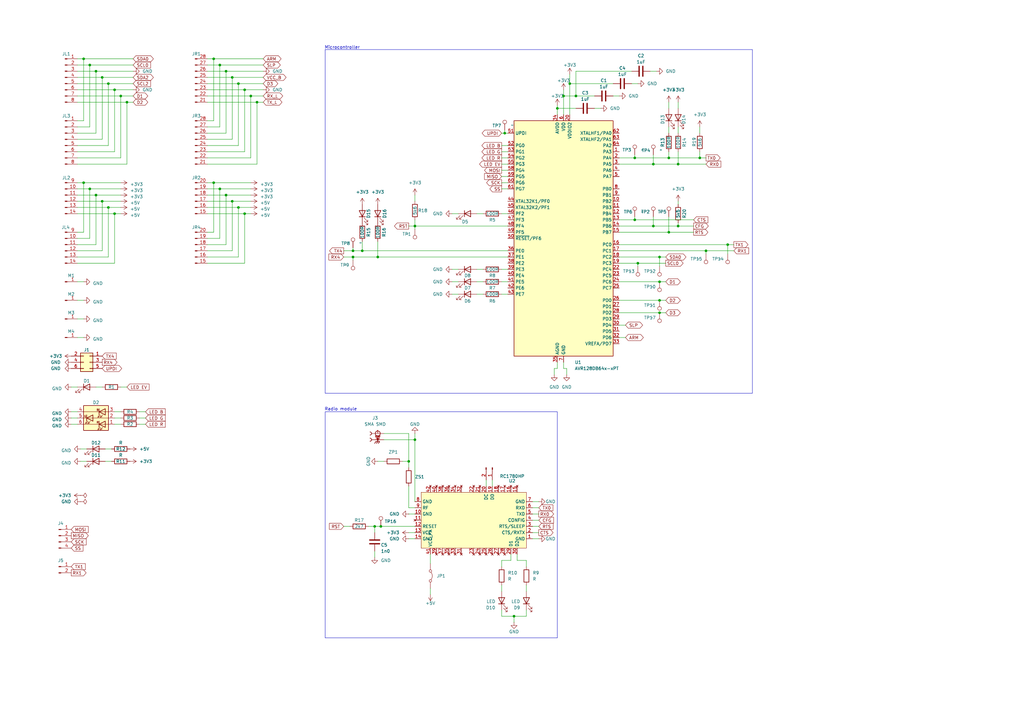
<source format=kicad_sch>
(kicad_sch (version 20231120) (generator "eeschema") (generator_version "8.0")
  (paper "A3")
  (junction (at 267.97 92.71))
  (junction (at 105.41 41.91))
  (junction (at 36.83 77.47))
  (junction (at 44.45 85.09))
  (junction (at 270.51 128.27))
  (junction (at 274.32 95.25))
  (junction (at 34.29 74.93))
  (junction (at 44.45 34.29))
  (junction (at 270.51 123.19))
  (junction (at 153.67 215.9))
  (junction (at 95.25 31.75))
  (junction (at 267.97 67.31))
  (junction (at 87.63 24.13))
  (junction (at 236.22 39.37))
  (junction (at 278.13 92.71))
  (junction (at 92.71 80.01))
  (junction (at 207.01 54.61))
  (junction (at 100.33 36.83))
  (junction (at 41.91 31.75))
  (junction (at 270.51 105.41))
  (junction (at 90.17 77.47))
  (junction (at 167.64 189.23))
  (junction (at 144.78 105.41))
  (junction (at 233.68 34.29))
  (junction (at 148.59 102.87))
  (junction (at 36.83 26.67))
  (junction (at 278.13 67.31))
  (junction (at 34.29 24.13))
  (junction (at 97.79 34.29))
  (junction (at 274.32 64.77))
  (junction (at 39.37 80.01))
  (junction (at 261.62 107.95))
  (junction (at 97.79 85.09))
  (junction (at 46.99 87.63))
  (junction (at 287.02 64.77))
  (junction (at 154.94 105.41))
  (junction (at 231.14 39.37))
  (junction (at 260.35 90.17))
  (junction (at 102.87 39.37))
  (junction (at 100.33 87.63))
  (junction (at 49.53 39.37))
  (junction (at 170.18 92.71))
  (junction (at 289.56 102.87))
  (junction (at 46.99 36.83))
  (junction (at 95.25 82.55))
  (junction (at 298.45 100.33))
  (junction (at 144.78 102.87))
  (junction (at 41.91 82.55))
  (junction (at 39.37 29.21))
  (junction (at 210.82 252.73))
  (junction (at 92.71 29.21))
  (junction (at 228.6 44.45))
  (junction (at 170.18 180.34))
  (junction (at 87.63 74.93))
  (junction (at 260.35 64.77))
  (junction (at 90.17 26.67))
  (junction (at 270.51 115.57))
  (junction (at 156.21 215.9))
  (junction (at 52.07 41.91))
  (wire (pts (xy 85.09 64.77) (xy 102.87 64.77)))
  (wire (pts (xy 207.01 54.61) (xy 208.28 54.61)))
  (wire (pts (xy 31.75 64.77) (xy 49.53 64.77)))
  (wire (pts (xy 170.18 210.82) (xy 167.64 210.82)))
  (wire (pts (xy 210.82 252.73) (xy 205.74 252.73)))
  (wire (pts (xy 31.75 52.07) (xy 36.83 52.07)))
  (wire (pts (xy 85.09 62.23) (xy 100.33 62.23)))
  (wire (pts (xy 144.78 105.41) (xy 154.94 105.41)))
  (wire (pts (xy 278.13 67.31) (xy 289.56 67.31)))
  (wire (pts (xy 185.42 120.65) (xy 187.96 120.65)))
  (wire (pts (xy 274.32 52.07) (xy 274.32 54.61)))
  (wire (pts (xy 144.78 106.68) (xy 144.78 105.41)))
  (wire (pts (xy 233.68 34.29) (xy 251.46 34.29)))
  (wire (pts (xy 220.98 220.98) (xy 218.44 220.98)))
  (wire (pts (xy 34.29 24.13) (xy 34.29 49.53)))
  (wire (pts (xy 261.62 34.29) (xy 259.08 34.29)))
  (wire (pts (xy 176.53 243.84) (xy 176.53 241.3)))
  (wire (pts (xy 289.56 104.14) (xy 289.56 102.87)))
  (wire (pts (xy 254 39.37) (xy 251.46 39.37)))
  (wire (pts (xy 254 105.41) (xy 270.51 105.41)))
  (wire (pts (xy 46.99 87.63) (xy 31.75 87.63)))
  (wire (pts (xy 167.64 92.71) (xy 170.18 92.71)))
  (wire (pts (xy 170.18 80.01) (xy 170.18 82.55)))
  (wire (pts (xy 39.37 158.75) (xy 41.91 158.75)))
  (wire (pts (xy 90.17 52.07) (xy 90.17 26.67)))
  (wire (pts (xy 107.95 29.21) (xy 92.71 29.21)))
  (wire (pts (xy 31.75 67.31) (xy 52.07 67.31)))
  (wire (pts (xy 44.45 34.29) (xy 31.75 34.29)))
  (wire (pts (xy 87.63 74.93) (xy 85.09 74.93)))
  (wire (pts (xy 102.87 82.55) (xy 95.25 82.55)))
  (wire (pts (xy 267.97 92.71) (xy 267.97 88.9)))
  (wire (pts (xy 31.75 95.25) (xy 34.29 95.25)))
  (wire (pts (xy 46.99 62.23) (xy 46.99 36.83)))
  (wire (pts (xy 148.59 102.87) (xy 208.28 102.87)))
  (wire (pts (xy 254 92.71) (xy 267.97 92.71)))
  (wire (pts (xy 205.74 120.65) (xy 208.28 120.65)))
  (wire (pts (xy 170.18 218.44) (xy 167.64 218.44)))
  (wire (pts (xy 170.18 90.17) (xy 170.18 92.71)))
  (wire (pts (xy 90.17 97.79) (xy 90.17 77.47)))
  (wire (pts (xy 227.33 151.13) (xy 228.6 151.13)))
  (wire (pts (xy 205.74 72.39) (xy 208.28 72.39)))
  (wire (pts (xy 54.61 31.75) (xy 41.91 31.75)))
  (wire (pts (xy 231.14 39.37) (xy 231.14 46.99)))
  (wire (pts (xy 107.95 34.29) (xy 97.79 34.29)))
  (wire (pts (xy 102.87 39.37) (xy 85.09 39.37)))
  (wire (pts (xy 92.71 80.01) (xy 85.09 80.01)))
  (wire (pts (xy 31.75 59.69) (xy 44.45 59.69)))
  (wire (pts (xy 107.95 36.83) (xy 100.33 36.83)))
  (wire (pts (xy 274.32 95.25) (xy 284.48 95.25)))
  (wire (pts (xy 218.44 210.82) (xy 220.98 210.82)))
  (wire (pts (xy 41.91 57.15) (xy 41.91 31.75)))
  (wire (pts (xy 157.48 180.34) (xy 170.18 180.34)))
  (wire (pts (xy 92.71 54.61) (xy 92.71 29.21)))
  (wire (pts (xy 102.87 80.01) (xy 92.71 80.01)))
  (wire (pts (xy 254 100.33) (xy 298.45 100.33)))
  (wire (pts (xy 36.83 52.07) (xy 36.83 26.67)))
  (wire (pts (xy 85.09 100.33) (xy 92.71 100.33)))
  (wire (pts (xy 195.58 87.63) (xy 198.12 87.63)))
  (wire (pts (xy 54.61 36.83) (xy 46.99 36.83)))
  (wire (pts (xy 278.13 52.07) (xy 278.13 54.61)))
  (wire (pts (xy 205.74 67.31) (xy 208.28 67.31)))
  (wire (pts (xy 267.97 92.71) (xy 278.13 92.71)))
  (wire (pts (xy 215.9 229.87) (xy 212.09 229.87)))
  (wire (pts (xy 90.17 77.47) (xy 85.09 77.47)))
  (wire (pts (xy 261.62 109.22) (xy 261.62 107.95)))
  (wire (pts (xy 57.15 168.91) (xy 59.69 168.91)))
  (wire (pts (xy 49.53 158.75) (xy 52.07 158.75)))
  (wire (pts (xy 228.6 44.45) (xy 228.6 46.99)))
  (wire (pts (xy 31.75 100.33) (xy 39.37 100.33)))
  (wire (pts (xy 41.91 102.87) (xy 41.91 82.55)))
  (wire (pts (xy 29.21 173.99) (xy 31.75 173.99)))
  (wire (pts (xy 54.61 34.29) (xy 44.45 34.29)))
  (wire (pts (xy 278.13 41.91) (xy 278.13 44.45)))
  (wire (pts (xy 105.41 67.31) (xy 105.41 41.91)))
  (wire (pts (xy 85.09 102.87) (xy 95.25 102.87)))
  (wire (pts (xy 46.99 168.91) (xy 49.53 168.91)))
  (wire (pts (xy 246.38 44.45) (xy 243.84 44.45)))
  (wire (pts (xy 49.53 80.01) (xy 39.37 80.01)))
  (wire (pts (xy 36.83 97.79) (xy 36.83 77.47)))
  (wire (pts (xy 199.39 199.39) (xy 199.39 196.85)))
  (wire (pts (xy 52.07 67.31) (xy 52.07 41.91)))
  (wire (pts (xy 31.75 105.41) (xy 44.45 105.41)))
  (wire (pts (xy 87.63 24.13) (xy 87.63 49.53)))
  (wire (pts (xy 107.95 39.37) (xy 102.87 39.37)))
  (wire (pts (xy 260.35 64.77) (xy 274.32 64.77)))
  (wire (pts (xy 36.83 77.47) (xy 31.75 77.47)))
  (wire (pts (xy 57.15 171.45) (xy 59.69 171.45)))
  (wire (pts (xy 153.67 226.06) (xy 153.67 228.6)))
  (wire (pts (xy 185.42 87.63) (xy 187.96 87.63)))
  (wire (pts (xy 195.58 115.57) (xy 198.12 115.57)))
  (wire (pts (xy 95.25 102.87) (xy 95.25 82.55)))
  (wire (pts (xy 167.64 199.39) (xy 167.64 208.28)))
  (wire (pts (xy 44.45 105.41) (xy 44.45 85.09)))
  (wire (pts (xy 49.53 64.77) (xy 49.53 39.37)))
  (wire (pts (xy 44.45 85.09) (xy 31.75 85.09)))
  (wire (pts (xy 278.13 91.44) (xy 278.13 92.71)))
  (wire (pts (xy 97.79 85.09) (xy 85.09 85.09)))
  (wire (pts (xy 254 133.35) (xy 256.54 133.35)))
  (wire (pts (xy 298.45 100.33) (xy 300.99 100.33)))
  (wire (pts (xy 267.97 67.31) (xy 278.13 67.31)))
  (wire (pts (xy 261.62 107.95) (xy 273.05 107.95)))
  (wire (pts (xy 195.58 120.65) (xy 198.12 120.65)))
  (wire (pts (xy 287.02 62.23) (xy 287.02 64.77)))
  (wire (pts (xy 49.53 85.09) (xy 44.45 85.09)))
  (wire (pts (xy 207.01 53.34) (xy 207.01 54.61)))
  (wire (pts (xy 254 138.43) (xy 256.54 138.43)))
  (wire (pts (xy 220.98 205.74) (xy 218.44 205.74)))
  (wire (pts (xy 85.09 67.31) (xy 105.41 67.31)))
  (wire (pts (xy 254 115.57) (xy 270.51 115.57)))
  (wire (pts (xy 31.75 97.79) (xy 36.83 97.79)))
  (wire (pts (xy 205.74 115.57) (xy 208.28 115.57)))
  (wire (pts (xy 176.53 227.33) (xy 176.53 231.14)))
  (wire (pts (xy 54.61 29.21) (xy 39.37 29.21)))
  (wire (pts (xy 218.44 213.36) (xy 220.98 213.36)))
  (wire (pts (xy 227.33 153.67) (xy 227.33 151.13)))
  (wire (pts (xy 270.51 105.41) (xy 273.05 105.41)))
  (wire (pts (xy 254 90.17) (xy 260.35 90.17)))
  (wire (pts (xy 31.75 54.61) (xy 39.37 54.61)))
  (wire (pts (xy 107.95 24.13) (xy 87.63 24.13)))
  (wire (pts (xy 289.56 102.87) (xy 300.99 102.87)))
  (wire (pts (xy 205.74 64.77) (xy 208.28 64.77)))
  (wire (pts (xy 46.99 107.95) (xy 46.99 87.63)))
  (wire (pts (xy 254 128.27) (xy 270.51 128.27)))
  (wire (pts (xy 205.74 69.85) (xy 208.28 69.85)))
  (wire (pts (xy 154.94 189.23) (xy 157.48 189.23)))
  (wire (pts (xy 170.18 92.71) (xy 170.18 93.98)))
  (wire (pts (xy 140.97 102.87) (xy 144.78 102.87)))
  (wire (pts (xy 140.97 215.9) (xy 143.51 215.9)))
  (wire (pts (xy 95.25 31.75) (xy 85.09 31.75)))
  (wire (pts (xy 43.18 184.15) (xy 45.72 184.15)))
  (wire (pts (xy 218.44 218.44) (xy 220.98 218.44)))
  (wire (pts (xy 233.68 30.48) (xy 233.68 34.29)))
  (wire (pts (xy 144.78 102.87) (xy 148.59 102.87)))
  (wire (pts (xy 46.99 171.45) (xy 49.53 171.45)))
  (wire (pts (xy 85.09 105.41) (xy 97.79 105.41)))
  (wire (pts (xy 100.33 87.63) (xy 85.09 87.63)))
  (wire (pts (xy 278.13 92.71) (xy 284.48 92.71)))
  (wire (pts (xy 102.87 87.63) (xy 100.33 87.63)))
  (wire (pts (xy 205.74 74.93) (xy 208.28 74.93)))
  (wire (pts (xy 215.9 242.57) (xy 215.9 240.03)))
  (wire (pts (xy 153.67 215.9) (xy 156.21 215.9)))
  (wire (pts (xy 44.45 59.69) (xy 44.45 34.29)))
  (wire (pts (xy 254 123.19) (xy 270.51 123.19)))
  (wire (pts (xy 97.79 34.29) (xy 85.09 34.29)))
  (wire (pts (xy 29.21 158.75) (xy 31.75 158.75)))
  (wire (pts (xy 270.51 123.19) (xy 273.05 123.19)))
  (wire (pts (xy 49.53 39.37) (xy 31.75 39.37)))
  (wire (pts (xy 267.97 63.5) (xy 267.97 67.31)))
  (wire (pts (xy 54.61 39.37) (xy 49.53 39.37)))
  (wire (pts (xy 31.75 138.43) (xy 34.29 138.43)))
  (wire (pts (xy 278.13 62.23) (xy 278.13 67.31)))
  (wire (pts (xy 212.09 229.87) (xy 212.09 227.33)))
  (wire (pts (xy 52.07 41.91) (xy 31.75 41.91)))
  (wire (pts (xy 185.42 110.49) (xy 187.96 110.49)))
  (wire (pts (xy 260.35 63.5) (xy 260.35 64.77)))
  (wire (pts (xy 274.32 41.91) (xy 274.32 44.45)))
  (wire (pts (xy 170.18 208.28) (xy 167.64 208.28)))
  (wire (pts (xy 54.61 26.67) (xy 36.83 26.67)))
  (wire (pts (xy 33.02 189.23) (xy 35.56 189.23)))
  (wire (pts (xy 31.75 57.15) (xy 41.91 57.15)))
  (wire (pts (xy 95.25 82.55) (xy 85.09 82.55)))
  (wire (pts (xy 254 107.95) (xy 261.62 107.95)))
  (wire (pts (xy 274.32 62.23) (xy 274.32 64.77)))
  (wire (pts (xy 87.63 24.13) (xy 85.09 24.13)))
  (wire (pts (xy 254 95.25) (xy 274.32 95.25)))
  (wire (pts (xy 57.15 173.99) (xy 59.69 173.99)))
  (wire (pts (xy 43.18 189.23) (xy 45.72 189.23)))
  (wire (pts (xy 41.91 82.55) (xy 31.75 82.55)))
  (wire (pts (xy 31.75 115.57) (xy 34.29 115.57)))
  (wire (pts (xy 107.95 26.67) (xy 90.17 26.67)))
  (wire (pts (xy 31.75 102.87) (xy 41.91 102.87)))
  (wire (pts (xy 100.33 62.23) (xy 100.33 36.83)))
  (wire (pts (xy 274.32 64.77) (xy 287.02 64.77)))
  (wire (pts (xy 205.74 110.49) (xy 208.28 110.49)))
  (wire (pts (xy 232.41 151.13) (xy 231.14 151.13)))
  (wire (pts (xy 92.71 100.33) (xy 92.71 80.01)))
  (wire (pts (xy 170.18 180.34) (xy 170.18 205.74)))
  (wire (pts (xy 54.61 24.13) (xy 34.29 24.13)))
  (wire (pts (xy 274.32 95.25) (xy 274.32 88.9)))
  (wire (pts (xy 215.9 232.41) (xy 215.9 229.87)))
  (wire (pts (xy 102.87 77.47) (xy 90.17 77.47)))
  (wire (pts (xy 154.94 99.06) (xy 154.94 105.41)))
  (wire (pts (xy 205.74 62.23) (xy 208.28 62.23)))
  (wire (pts (xy 215.9 252.73) (xy 210.82 252.73)))
  (wire (pts (xy 205.74 250.19) (xy 205.74 252.73)))
  (wire (pts (xy 49.53 87.63) (xy 46.99 87.63)))
  (wire (pts (xy 170.18 220.98) (xy 167.64 220.98)))
  (wire (pts (xy 39.37 100.33) (xy 39.37 80.01)))
  (wire (pts (xy 85.09 59.69) (xy 97.79 59.69)))
  (wire (pts (xy 236.22 44.45) (xy 228.6 44.45)))
  (wire (pts (xy 31.75 107.95) (xy 46.99 107.95)))
  (wire (pts (xy 85.09 107.95) (xy 100.33 107.95)))
  (wire (pts (xy 287.02 64.77) (xy 289.56 64.77)))
  (wire (pts (xy 49.53 82.55) (xy 41.91 82.55)))
  (wire (pts (xy 170.18 92.71) (xy 208.28 92.71)))
  (wire (pts (xy 215.9 250.19) (xy 215.9 252.73)))
  (wire (pts (xy 33.02 184.15) (xy 35.56 184.15)))
  (wire (pts (xy 205.74 59.69) (xy 208.28 59.69)))
  (wire (pts (xy 105.41 41.91) (xy 85.09 41.91)))
  (wire (pts (xy 269.24 29.21) (xy 266.7 29.21)))
  (wire (pts (xy 270.51 128.27) (xy 273.05 128.27)))
  (wire (pts (xy 97.79 59.69) (xy 97.79 34.29)))
  (wire (pts (xy 205.74 232.41) (xy 205.74 229.87)))
  (wire (pts (xy 85.09 54.61) (xy 92.71 54.61)))
  (wire (pts (xy 218.44 215.9) (xy 220.98 215.9)))
  (wire (pts (xy 259.08 29.21) (xy 236.22 29.21)))
  (wire (pts (xy 49.53 74.93) (xy 34.29 74.93)))
  (wire (pts (xy 205.74 87.63) (xy 208.28 87.63)))
  (wire (pts (xy 154.94 105.41) (xy 208.28 105.41)))
  (wire (pts (xy 232.41 153.67) (xy 232.41 151.13)))
  (wire (pts (xy 29.21 171.45) (xy 31.75 171.45)))
  (wire (pts (xy 92.71 29.21) (xy 85.09 29.21)))
  (wire (pts (xy 157.48 177.8) (xy 167.64 177.8)))
  (wire (pts (xy 95.25 57.15) (xy 95.25 31.75)))
  (wire (pts (xy 31.75 130.81) (xy 34.29 130.81)))
  (wire (pts (xy 31.75 62.23) (xy 46.99 62.23)))
  (wire (pts (xy 46.99 173.99) (xy 49.53 173.99)))
  (wire (pts (xy 167.64 189.23) (xy 167.64 191.77)))
  (wire (pts (xy 228.6 43.18) (xy 228.6 44.45)))
  (wire (pts (xy 260.35 90.17) (xy 260.35 88.9)))
  (wire (pts (xy 156.21 215.9) (xy 170.18 215.9)))
  (wire (pts (xy 100.33 36.83) (xy 85.09 36.83)))
  (wire (pts (xy 31.75 123.19) (xy 34.29 123.19)))
  (wire (pts (xy 49.53 77.47) (xy 36.83 77.47)))
  (wire (pts (xy 201.93 199.39) (xy 201.93 196.85)))
  (wire (pts (xy 210.82 255.27) (xy 210.82 252.73)))
  (wire (pts (xy 39.37 54.61) (xy 39.37 29.21)))
  (wire (pts (xy 218.44 208.28) (xy 220.98 208.28)))
  (wire (pts (xy 231.14 151.13) (xy 231.14 148.59)))
  (wire (pts (xy 85.09 95.25) (xy 87.63 95.25)))
  (wire (pts (xy 254 102.87) (xy 289.56 102.87)))
  (wire (pts (xy 148.59 99.06) (xy 148.59 102.87)))
  (wire (pts (xy 233.68 34.29) (xy 233.68 46.99)))
  (wire (pts (xy 231.14 39.37) (xy 236.22 39.37)))
  (wire (pts (xy 287.02 52.07) (xy 287.02 54.61)))
  (wire (pts (xy 85.09 52.07) (xy 90.17 52.07)))
  (wire (pts (xy 228.6 151.13) (xy 228.6 148.59)))
  (wire (pts (xy 36.83 26.67) (xy 31.75 26.67)))
  (wire (pts (xy 90.17 26.67) (xy 85.09 26.67)))
  (wire (pts (xy 97.79 105.41) (xy 97.79 85.09)))
  (wire (pts (xy 298.45 104.14) (xy 298.45 100.33)))
  (wire (pts (xy 236.22 29.21) (xy 236.22 39.37)))
  (wire (pts (xy 278.13 83.82) (xy 278.13 82.55)))
  (wire (pts (xy 231.14 36.83) (xy 231.14 39.37)))
  (wire (pts (xy 41.91 31.75) (xy 31.75 31.75)))
  (wire (pts (xy 270.51 115.57) (xy 273.05 115.57)))
  (wire (pts (xy 140.97 105.41) (xy 144.78 105.41)))
  (wire (pts (xy 46.99 36.83) (xy 31.75 36.83)))
  (wire (pts (xy 205.74 242.57) (xy 205.74 240.03)))
  (wire (pts (xy 107.95 31.75) (xy 95.25 31.75)))
  (wire (pts (xy 107.95 41.91) (xy 105.41 41.91)))
  (wire (pts (xy 185.42 115.57) (xy 187.96 115.57)))
  (wire (pts (xy 29.21 168.91) (xy 31.75 168.91)))
  (wire (pts (xy 144.78 101.6) (xy 144.78 102.87)))
  (wire (pts (xy 270.51 109.22) (xy 270.51 105.41)))
  (wire (pts (xy 85.09 97.79) (xy 90.17 97.79)))
  (wire (pts (xy 205.74 54.61) (xy 207.01 54.61)))
  (wire (pts (xy 34.29 74.93) (xy 31.75 74.93)))
  (wire (pts (xy 260.35 90.17) (xy 284.48 90.17)))
  (wire (pts (xy 85.09 49.53) (xy 87.63 49.53)))
  (wire (pts (xy 102.87 85.09) (xy 97.79 85.09)))
  (wire (pts (xy 254 67.31) (xy 267.97 67.31)))
  (wire (pts (xy 236.22 39.37) (xy 243.84 39.37)))
  (wire (pts (xy 54.61 41.91) (xy 52.07 41.91)))
  (wire (pts (xy 87.63 95.25) (xy 87.63 74.93)))
  (wire (pts (xy 195.58 110.49) (xy 198.12 110.49)))
  (wire (pts (xy 31.75 49.53) (xy 34.29 49.53)))
  (wire (pts (xy 209.55 229.87) (xy 205.74 229.87)))
  (wire (pts (xy 100.33 107.95) (xy 100.33 87.63)))
  (wire (pts (xy 34.29 24.13) (xy 31.75 24.13)))
  (wire (pts (xy 165.1 189.23) (xy 167.64 189.23)))
  (wire (pts (xy 254 64.77) (xy 260.35 64.77)))
  (wire (pts (xy 167.64 177.8) (xy 167.64 189.23)))
  (wire (pts (xy 39.37 80.01) (xy 31.75 80.01)))
  (wire (pts (xy 102.87 74.93) (xy 87.63 74.93)))
  (wire (pts (xy 205.74 77.47) (xy 208.28 77.47)))
  (wire (pts (xy 85.09 57.15) (xy 95.25 57.15)))
  (wire (pts (xy 102.87 64.77) (xy 102.87 39.37)))
  (wire (pts (xy 153.67 218.44) (xy 153.67 215.9)))
  (wire (pts (xy 34.29 74.93) (xy 34.29 95.25)))
  (wire (pts (xy 151.13 215.9) (xy 153.67 215.9)))
  (wire (pts (xy 39.37 29.21) (xy 31.75 29.21)))
  (wire (pts (xy 170.18 177.8) (xy 170.18 180.34)))
  (wire (pts (xy 209.55 227.33) (xy 209.55 229.87)))
  (rectangle (start 133.35 20.32) (end 308.61 161.29))
  (rectangle (start 133.35 168.91) (end 228.6 261.62))
  (text "Microcontroller" (at 133.096 20.32 0) (effects (font (size 1.27 1.27)) (justify left bottom)))
  (text "Radio module" (at 133.096 168.656 0) (effects (font (size 1.27 1.27)) (justify left bottom)))
  (global_label "RX0" (shape input) (at 289.56 67.31 0) (property "Intersheetrefs" "${INTERSHEET_REFS}" (effects (hide yes))))
  (global_label "MISO" (shape output) (at 29.21 219.71 0) (property "Intersheetrefs" "${INTERSHEET_REFS}" (effects (hide yes))))
  (global_label "UPDI" (shape bidirectional) (at 205.74 54.61 180) (property "Intersheetrefs" "${INTERSHEET_REFS}" (effects (hide yes))))
  (global_label "RX_L" (shape bidirectional) (at 107.95 39.37 0) (property "Intersheetrefs" "${INTERSHEET_REFS}" (effects (hide yes))))
  (global_label "MOSI" (shape input) (at 29.21 217.17 0) (property "Intersheetrefs" "${INTERSHEET_REFS}" (effects (hide yes))))
  (global_label "LED EV" (shape output) (at 205.74 67.31 180) (property "Intersheetrefs" "${INTERSHEET_REFS}" (effects (hide yes))))
  (global_label "LED G" (shape input) (at 59.69 171.45 0) (property "Intersheetrefs" "${INTERSHEET_REFS}" (effects (hide yes))))
  (global_label "RST" (shape output) (at 167.64 92.71 180) (property "Intersheetrefs" "${INTERSHEET_REFS}" (effects (hide yes))))
  (global_label "LED EV" (shape input) (at 52.07 158.75 0) (property "Intersheetrefs" "${INTERSHEET_REFS}" (effects (hide yes))))
  (global_label "RX4" (shape output) (at 41.91 148.59 0) (property "Intersheetrefs" "${INTERSHEET_REFS}" (effects (hide yes))))
  (global_label "SDA2" (shape bidirectional) (at 54.61 31.75 0) (property "Intersheetrefs" "${INTERSHEET_REFS}" (effects (hide yes))))
  (global_label "LED G" (shape output) (at 205.74 62.23 180) (property "Intersheetrefs" "${INTERSHEET_REFS}" (effects (hide yes))))
  (global_label "RX0" (shape output) (at 220.98 210.82 0) (property "Intersheetrefs" "${INTERSHEET_REFS}" (effects (hide yes))))
  (global_label "TX0" (shape output) (at 289.56 64.77 0) (property "Intersheetrefs" "${INTERSHEET_REFS}" (effects (hide yes))))
  (global_label "SCL0" (shape input) (at 54.61 26.67 0) (property "Intersheetrefs" "${INTERSHEET_REFS}" (effects (hide yes))))
  (global_label "D1" (shape bidirectional) (at 54.61 39.37 0) (property "Intersheetrefs" "${INTERSHEET_REFS}" (effects (hide yes))))
  (global_label "SCL0" (shape output) (at 273.05 107.95 0) (property "Intersheetrefs" "${INTERSHEET_REFS}" (effects (hide yes))))
  (global_label "D3" (shape bidirectional) (at 107.95 34.29 0) (property "Intersheetrefs" "${INTERSHEET_REFS}" (effects (hide yes))))
  (global_label "CFG" (shape output) (at 284.48 92.71 0) (property "Intersheetrefs" "${INTERSHEET_REFS}" (effects (hide yes))))
  (global_label "MISO" (shape input) (at 205.74 72.39 180) (property "Intersheetrefs" "${INTERSHEET_REFS}" (effects (hide yes))))
  (global_label "RTS" (shape output) (at 284.48 95.25 0) (property "Intersheetrefs" "${INTERSHEET_REFS}" (effects (hide yes))))
  (global_label "SDA0" (shape bidirectional) (at 54.61 24.13 0) (property "Intersheetrefs" "${INTERSHEET_REFS}" (effects (hide yes))))
  (global_label "TX4" (shape output) (at 140.97 102.87 180) (property "Intersheetrefs" "${INTERSHEET_REFS}" (effects (hide yes))))
  (global_label "TX1" (shape output) (at 300.99 100.33 0) (property "Intersheetrefs" "${INTERSHEET_REFS}" (effects (hide yes))))
  (global_label "RST" (shape input) (at 140.97 215.9 180) (property "Intersheetrefs" "${INTERSHEET_REFS}" (effects (hide yes))))
  (global_label "RX1" (shape input) (at 300.99 102.87 0) (property "Intersheetrefs" "${INTERSHEET_REFS}" (effects (hide yes))))
  (global_label "SLP" (shape bidirectional) (at 107.95 26.67 0) (property "Intersheetrefs" "${INTERSHEET_REFS}" (effects (hide yes))))
  (global_label "ARM" (shape bidirectional) (at 107.95 24.13 0) (property "Intersheetrefs" "${INTERSHEET_REFS}" (effects (hide yes))))
  (global_label "SCL2" (shape input) (at 54.61 34.29 0) (property "Intersheetrefs" "${INTERSHEET_REFS}" (effects (hide yes))))
  (global_label "SDA0" (shape bidirectional) (at 273.05 105.41 0) (property "Intersheetrefs" "${INTERSHEET_REFS}" (effects (hide yes))))
  (global_label "CFG" (shape input) (at 220.98 213.36 0) (property "Intersheetrefs" "${INTERSHEET_REFS}" (effects (hide yes))))
  (global_label "SS" (shape input) (at 29.21 224.79 0) (property "Intersheetrefs" "${INTERSHEET_REFS}" (effects (hide yes))))
  (global_label "D1" (shape bidirectional) (at 273.05 115.57 0) (property "Intersheetrefs" "${INTERSHEET_REFS}" (effects (hide yes))))
  (global_label "TX0" (shape input) (at 220.98 208.28 0) (property "Intersheetrefs" "${INTERSHEET_REFS}" (effects (hide yes))))
  (global_label "ARM" (shape bidirectional) (at 256.54 138.43 0) (property "Intersheetrefs" "${INTERSHEET_REFS}" (effects (hide yes))))
  (global_label "VCC_B" (shape bidirectional) (at 107.95 31.75 0) (property "Intersheetrefs" "${INTERSHEET_REFS}" (effects (hide yes))))
  (global_label "RX1" (shape output) (at 29.21 234.95 0) (property "Intersheetrefs" "${INTERSHEET_REFS}" (effects (hide yes))))
  (global_label "D3" (shape bidirectional) (at 273.05 128.27 0) (property "Intersheetrefs" "${INTERSHEET_REFS}" (effects (hide yes))))
  (global_label "D2" (shape bidirectional) (at 54.61 41.91 0) (property "Intersheetrefs" "${INTERSHEET_REFS}" (effects (hide yes))))
  (global_label "SLP" (shape bidirectional) (at 256.54 133.35 0) (property "Intersheetrefs" "${INTERSHEET_REFS}" (effects (hide yes))))
  (global_label "SCK" (shape output) (at 205.74 74.93 180) (property "Intersheetrefs" "${INTERSHEET_REFS}" (effects (hide yes))))
  (global_label "CTS" (shape output) (at 220.98 218.44 0) (property "Intersheetrefs" "${INTERSHEET_REFS}" (effects (hide yes))))
  (global_label "LED R" (shape input) (at 59.69 173.99 0) (property "Intersheetrefs" "${INTERSHEET_REFS}" (effects (hide yes))))
  (global_label "TX1" (shape input) (at 29.21 232.41 0) (property "Intersheetrefs" "${INTERSHEET_REFS}" (effects (hide yes))))
  (global_label "LED R" (shape output) (at 205.74 64.77 180) (property "Intersheetrefs" "${INTERSHEET_REFS}" (effects (hide yes))))
  (global_label "RX4" (shape input) (at 140.97 105.41 180) (property "Intersheetrefs" "${INTERSHEET_REFS}" (effects (hide yes))))
  (global_label "MOSI" (shape output) (at 205.74 69.85 180) (property "Intersheetrefs" "${INTERSHEET_REFS}" (effects (hide yes))))
  (global_label "LED B" (shape output) (at 205.74 59.69 180) (property "Intersheetrefs" "${INTERSHEET_REFS}" (effects (hide yes))))
  (global_label "SCK" (shape input) (at 29.21 222.25 0) (property "Intersheetrefs" "${INTERSHEET_REFS}" (effects (hide yes))))
  (global_label "TX4" (shape input) (at 41.91 146.05 0) (property "Intersheetrefs" "${INTERSHEET_REFS}" (effects (hide yes))))
  (global_label "CTS" (shape input) (at 284.48 90.17 0) (property "Intersheetrefs" "${INTERSHEET_REFS}" (effects (hide yes))))
  (global_label "D2" (shape bidirectional) (at 273.05 123.19 0) (property "Intersheetrefs" "${INTERSHEET_REFS}" (effects (hide yes))))
  (global_label "SS" (shape output) (at 205.74 77.47 180) (property "Intersheetrefs" "${INTERSHEET_REFS}" (effects (hide yes))))
  (global_label "UPDI" (shape bidirectional) (at 41.91 151.13 0) (property "Intersheetrefs" "${INTERSHEET_REFS}" (effects (hide yes))))
  (global_label "LED B" (shape input) (at 59.69 168.91 0) (property "Intersheetrefs" "${INTERSHEET_REFS}" (effects (hide yes))))
  (global_label "RTS" (shape input) (at 220.98 215.9 0) (property "Intersheetrefs" "${INTERSHEET_REFS}" (effects (hide yes))))
  (global_label "TX_L" (shape bidirectional) (at 107.95 41.91 0) (property "Intersheetrefs" "${INTERSHEET_REFS}" (effects (hide yes))))
  (symbol (lib_id "power:+3V3") (at 49.53 77.47 270) (unit 1)
    (property "Reference" "#PWR027" (effects (hide yes)))
    (property "Value" "+3V3" (at 53.34 78.105 90) (effects (justify left)))
  )
  (symbol (lib_id "Device:LED") (at 154.94 87.63 90) (unit 1)
    (property "Reference" "D16" (at 157.734 87.63 0))
    (property "Value" "LED" (effects (hide yes)))
    (property "Footprint" "LED_SMD:LED_0805_2012Metric_Pad1.15x1.40mm_HandSolder" (effects (hide yes)))
  )
  (symbol (lib_id "LED:CLS6B-FKW") (at 39.37 171.45 180) (unit 1)
    (property "Reference" "D2" (at 39.37 165.1 0))
    (property "Value" "CLS6B-FKW" (effects (hide yes)))
    (property "Footprint" "LED_SMD:LED_RGB_Cree-PLCC-6_6x5mm_P2.1mm" (effects (hide yes)))
    (property "Datasheet" "https://www.cree.com/led-components/media/documents/CLS6B-FKW.pdf" (effects (hide yes)))
  )
  (symbol (lib_id "Device:R") (at 201.93 120.65 90) (unit 1)
    (property "Reference" "R6" (at 201.93 123.444 90))
    (property "Value" "100R" (at 201.93 120.65 90))
    (property "Footprint" "Resistor_SMD:R_0805_2012Metric_Pad1.20x1.40mm_HandSolder" (effects (hide yes)))
  )
  (symbol (lib_id "Connector:Conn_01x01_Pin") (at 26.67 115.57 0) (unit 1)
    (property "Reference" "M1" (at 29.21 113.03 0))
    (property "Value" "Conn_01x01_Pin" (effects (hide yes)))
    (property "Footprint" "Footprints:m4hole" (effects (hide yes)))
  )
  (symbol (lib_id "power:GND") (at 29.21 151.13 270) (unit 1)
    (property "Reference" "#PWR020" (effects (hide yes)))
    (property "Value" "GND" (at 22.86 151.13 90))
  )
  (symbol (lib_id "Device:LED") (at 205.74 246.38 90) (unit 1)
    (property "Reference" "D10" (at 203.2 249.2376 90) (effects (justify left)))
    (property "Value" "LED" (at 203.2 246.6976 90) (effects (justify left)))
    (property "Footprint" "LED_SMD:LED_0805_2012Metric_Pad1.15x1.40mm_HandSolder" (effects (hide yes)))
    (property "Description" "Light emitting diode" (effects (hide yes)))
  )
  (symbol (lib_id "power:+3V3") (at 231.14 36.83 0) (unit 1)
    (property "Reference" "#PWR041" (effects (hide yes)))
    (property "Value" "+3V3" (at 231.14 33.02 0))
  )
  (symbol (lib_id "Connector:TestPoint") (at 270.51 109.22 180) (unit 1)
    (property "Reference" "TP12" (at 268.986 111.252 0) (effects (justify left)))
    (property "Value" "~" (at 267.97 111.2521 0) (effects (justify left)))
    (property "Footprint" "Footprints:TestPoint" (effects (hide yes)))
    (property "Description" "test point" (effects (hide yes)))
  )
  (symbol (lib_id "power:+3V3") (at 102.87 74.93 270) (unit 1)
    (property "Reference" "#PWR029" (effects (hide yes)))
    (property "Value" "+3V3" (at 106.68 75.565 90) (effects (justify left)))
  )
  (symbol (lib_id "power:+5V") (at 176.53 243.84 180) (unit 1)
    (property "Reference" "#PWR069" (effects (hide yes)))
    (property "Value" "+5V" (at 178.562 247.396 0) (effects (justify left)))
  )
  (symbol (lib_id "power:GND") (at 34.29 115.57 90) (unit 1)
    (property "Reference" "#PWR015" (effects (hide yes)))
    (property "Value" "GND" (at 38.1 116.205 90) (effects (justify right)))
  )
  (symbol (lib_id "Device:R") (at 49.53 189.23 270) (unit 1)
    (property "Reference" "R11" (at 49.53 189.23 90))
    (property "Value" "R" (at 49.53 186.69 90))
    (property "Footprint" "Resistor_SMD:R_0805_2012Metric_Pad1.20x1.40mm_HandSolder" (effects (hide yes)))
  )
  (symbol (lib_id "Device:LED") (at 191.77 110.49 0) (unit 1)
    (property "Reference" "D8" (at 191.77 113.03 0))
    (property "Value" "LED" (effects (hide yes)))
    (property "Footprint" "LED_SMD:LED_0805_2012Metric_Pad1.15x1.40mm_HandSolder" (effects (hide yes)))
  )
  (symbol (lib_id "power:+3V3") (at 154.94 83.82 0) (unit 1)
    (property "Reference" "#PWR02" (effects (hide yes)))
    (property "Value" "+3V3" (at 154.94 78.74 0))
  )
  (symbol (lib_id "Connector:Conn_01x06_Pin") (at 80.01 100.33 0) (unit 1)
    (property "Reference" "JR4" (at 80.518 93.218 0))
    (property "Value" "Conn_01x06_Pin" (effects (hide yes)))
    (property "Footprint" "Connector_PinSocket_2.54mm:PinSocket_1x06_P2.54mm_Vertical" (effects (hide yes)))
    (property "Description" "Generic connector, single row, 01x06, script generated" (effects (hide yes)))
  )
  (symbol (lib_id "power:GND") (at 29.21 173.99 270) (unit 1)
    (property "Reference" "#PWR023" (effects (hide yes)))
    (property "Value" "GND" (at 25.4 174.625 90) (effects (justify right)))
  )
  (symbol (lib_id "power:+3V3") (at 167.64 218.44 90) (unit 1)
    (property "Reference" "#PWR068" (effects (hide yes)))
    (property "Value" "+3V3" (at 163.83 218.4399 90) (effects (justify left)))
  )
  (symbol (lib_id "power:GND") (at 33.02 205.74 270) (unit 1)
    (property "Reference" "#PWR064" (effects (hide yes)))
    (property "Value" "GND" (at 29.21 205.74 90) (effects (justify right)))
  )
  (symbol (lib_id "power:GND") (at 254 39.37 90) (unit 1)
    (property "Reference" "#PWR044" (effects (hide yes)))
    (property "Value" "GND" (at 257.81 39.3699 90) (effects (justify right)))
  )
  (symbol (lib_id "power:+3V3") (at 148.59 83.82 0) (unit 1)
    (property "Reference" "#PWR03" (effects (hide yes)))
    (property "Value" "+3V3" (at 148.59 78.74 0))
  )
  (symbol (lib_id "Device:LED") (at 191.77 87.63 0) (unit 1)
    (property "Reference" "D5" (at 190.754 90.932 0))
    (property "Value" "LED" (effects (hide yes)))
    (property "Footprint" "LED_SMD:LED_0805_2012Metric_Pad1.15x1.40mm_HandSolder" (effects (hide yes)))
  )
  (symbol (lib_id "power:+3V3") (at 102.87 77.47 270) (unit 1)
    (property "Reference" "#PWR030" (effects (hide yes)))
    (property "Value" "+3V3" (at 106.68 78.105 90) (effects (justify left)))
  )
  (symbol (lib_id "power:GND") (at 246.38 44.45 90) (unit 1)
    (property "Reference" "#PWR043" (effects (hide yes)))
    (property "Value" "GND" (at 250.19 44.4499 90) (effects (justify right)))
  )
  (symbol (lib_id "power:GND") (at 185.42 120.65 270) (unit 1)
    (property "Reference" "#PWR040" (effects (hide yes)))
    (property "Value" "GND" (at 181.61 120.65 90) (effects (justify right)))
  )
  (symbol (lib_id "power:+5V") (at 102.87 82.55 270) (unit 1)
    (property "Reference" "#PWR033" (effects (hide yes)))
    (property "Value" "+5V" (at 106.68 83.185 90) (effects (justify left)))
  )
  (symbol (lib_id "power:+3V3") (at 278.13 82.55 0) (unit 1)
    (property "Reference" "#PWR048" (effects (hide yes)))
    (property "Value" "+3V3" (at 278.13 77.47 0))
  )
  (symbol (lib_id "Device:LED") (at 191.77 115.57 0) (unit 1)
    (property "Reference" "D7" (at 191.77 118.11 0))
    (property "Value" "LED" (effects (hide yes)))
    (property "Footprint" "LED_SMD:LED_0805_2012Metric_Pad1.15x1.40mm_HandSolder" (effects (hide yes)))
  )
  (symbol (lib_id "Device:R") (at 154.94 95.25 180) (unit 1)
    (property "Reference" "R16" (at 157.48 95.25 90))
    (property "Value" "100R" (at 154.94 95.25 90))
    (property "Footprint" "Resistor_SMD:R_0805_2012Metric_Pad1.20x1.40mm_HandSolder" (effects (hide yes)))
  )
  (symbol (lib_name "Conn_01x08_Pin_1") (lib_id "Connector:Conn_01x08_Pin") (at 80.01 31.75 0) (unit 1)
    (property "Reference" "JR1" (at 80.518 22.098 0))
    (property "Value" "Conn_01x08_Pin" (effects (hide yes)))
    (property "Footprint" "Connector_PinSocket_2.54mm:PinSocket_1x08_P2.54mm_Vertical" (effects (hide yes)))
    (property "Description" "Generic connector, single row, 01x08, script generated" (effects (hide yes)))
  )
  (symbol (lib_id "power:GND") (at 232.41 153.67 0) (unit 1)
    (property "Reference" "#PWR09" (effects (hide yes)))
    (property "Value" "GND" (at 232.41 158.75 0))
  )
  (symbol (lib_id "Device:C") (at 247.65 39.37 90) (unit 1)
    (property "Reference" "C1" (at 247.65 33.02 90))
    (property "Value" "1uF" (at 247.65 35.56 90))
    (property "Footprint" "Capacitor_SMD:C_0805_2012Metric_Pad1.18x1.45mm_HandSolder" (effects (hide yes)))
  )
  (symbol (lib_id "power:GND") (at 261.62 34.29 90) (unit 1)
    (property "Reference" "#PWR045" (effects (hide yes)))
    (property "Value" "GND" (at 265.43 34.2899 90) (effects (justify right)))
  )
  (symbol (lib_id "power:GND") (at 33.02 189.23 270) (unit 1)
    (property "Reference" "#PWR04" (effects (hide yes)))
    (property "Value" "GND" (at 29.21 189.865 90) (effects (justify right)))
  )
  (symbol (lib_id "power:+3V3") (at 274.32 41.91 0) (unit 1)
    (property "Reference" "#PWR07" (effects (hide yes)))
    (property "Value" "+3V3" (at 274.32 36.83 0))
  )
  (symbol (lib_id "power:+3V3") (at 53.34 189.23 270) (unit 1)
    (property "Reference" "#PWR052" (effects (hide yes)))
    (property "Value" "+3V3" (at 57.15 189.2299 90) (effects (justify left)))
  )
  (symbol (lib_id "Device:LED") (at 39.37 189.23 0) (unit 1)
    (property "Reference" "D11" (at 39.37 186.69 0))
    (property "Value" "LED" (effects (hide yes)))
    (property "Footprint" "LED_SMD:LED_0805_2012Metric_Pad1.15x1.40mm_HandSolder" (effects (hide yes)))
  )
  (symbol (lib_id "Device:LED") (at 278.13 48.26 90) (unit 1)
    (property "Reference" "D14" (at 280.416 49.022 0))
    (property "Value" "LED" (effects (hide yes)))
    (property "Footprint" "LED_SMD:LED_0805_2012Metric_Pad1.15x1.40mm_HandSolder" (effects (hide yes)))
  )
  (symbol (lib_id "Device:R") (at 274.32 58.42 0) (unit 1)
    (property "Reference" "R13" (at 271.78 58.42 90))
    (property "Value" "100R" (at 274.32 58.42 90))
    (property "Footprint" "Resistor_SMD:R_0805_2012Metric_Pad1.20x1.40mm_HandSolder" (effects (hide yes)))
  )
  (symbol (lib_id "Connector:TestPoint") (at 156.21 215.9 0) (unit 1)
    (property "Reference" "TP16" (at 157.734 213.868 0) (effects (justify left)))
    (property "Value" "~" (at 158.75 213.8679 0) (effects (justify left)))
    (property "Footprint" "Footprints:TestPoint" (effects (hide yes)))
    (property "Description" "test point" (effects (hide yes)))
  )
  (symbol (lib_name "GND_1") (lib_id "power:GND") (at 210.82 255.27 0) (unit 1)
    (property "Reference" "#PWR060" (effects (hide yes)))
    (property "Value" "GND" (at 210.82 259.08 0))
  )
  (symbol (lib_id "Device:R") (at 147.32 215.9 270) (unit 1)
    (property "Reference" "R17" (at 147.32 213.36 90))
    (property "Value" "2k7" (at 147.32 215.9 90))
    (property "Footprint" "Resistor_SMD:R_0805_2012Metric_Pad1.20x1.40mm_HandSolder" (effects (hide yes)))
  )
  (symbol (lib_id "Device:C") (at 262.89 29.21 270) (mirror x) (unit 1)
    (property "Reference" "C2" (at 262.89 22.86 90))
    (property "Value" "1uF" (at 262.89 25.4 90))
    (property "Footprint" "Capacitor_SMD:C_0805_2012Metric_Pad1.18x1.45mm_HandSolder" (effects (hide yes)))
  )
  (symbol (lib_name "GND_1") (lib_id "power:GND") (at 167.64 210.82 270) (unit 1)
    (property "Reference" "#PWR066" (effects (hide yes)))
    (property "Value" "GND" (at 163.83 210.82 90) (effects (justify right)))
  )
  (symbol (lib_name "GND_1") (lib_id "power:GND") (at 154.94 189.23 270) (unit 1)
    (property "Reference" "#PWR06" (effects (hide yes)))
    (property "Value" "GND" (at 151.13 187.198 0) (effects (justify left)))
  )
  (symbol (lib_id "power:GND") (at 29.21 171.45 270) (unit 1)
    (property "Reference" "#PWR022" (effects (hide yes)))
    (property "Value" "GND" (at 25.4 172.085 90) (effects (justify right)))
  )
  (symbol (lib_id "Connector:TestPoint") (at 274.32 88.9 0) (unit 1)
    (property "Reference" "TP5" (at 269.748 86.868 0) (effects (justify left)))
    (property "Value" "~" (at 276.86 86.8679 0) (effects (justify left)))
    (property "Footprint" "Footprints:TestPoint" (effects (hide yes)))
    (property "Description" "test point" (effects (hide yes)))
  )
  (symbol (lib_id "Connector:TestPoint") (at 144.78 106.68 180) (unit 1)
    (property "Reference" "TP9" (at 143.256 108.712 0) (effects (justify left)))
    (property "Value" "~" (at 142.24 108.7121 0) (effects (justify left)))
    (property "Footprint" "Footprints:TestPoint" (effects (hide yes)))
    (property "Description" "test point" (effects (hide yes)))
  )
  (symbol (lib_id "power:+5V") (at 49.53 85.09 270) (unit 1)
    (property "Reference" "#PWR025" (effects (hide yes)))
    (property "Value" "+5V" (at 53.34 85.725 90) (effects (justify left)))
  )
  (symbol (lib_id "power:GND") (at 29.21 148.59 270) (unit 1)
    (property "Reference" "#PWR014" (effects (hide yes)))
    (property "Value" "GND" (at 22.86 148.59 90))
  )
  (symbol (lib_id "power:PWR_FLAG") (at 33.02 205.74 270) (unit 1)
    (property "Reference" "#FLG02" (effects (hide yes)))
    (property "Value" "PWR_FLAG" (effects (hide yes)))
  )
  (symbol (lib_name "GND_1") (lib_id "power:GND") (at 54.61 36.83 90) (unit 1)
    (property "Reference" "#PWR037" (effects (hide yes)))
    (property "Value" "GND" (at 58.42 36.8299 90) (effects (justify right)))
    (property "Description" "Power symbol creates a global label with name \"GND\" , ground" (effects (hide yes)))
  )
  (symbol (lib_id "power:GND") (at 185.42 115.57 270) (unit 1)
    (property "Reference" "#PWR05" (effects (hide yes)))
    (property "Value" "GND" (at 181.61 115.57 90) (effects (justify right)))
  )
  (symbol (lib_id "power:+5V") (at 102.87 85.09 270) (unit 1)
    (property "Reference" "#PWR034" (effects (hide yes)))
    (property "Value" "+5V" (at 106.68 85.725 90) (effects (justify left)))
  )
  (symbol (lib_name "GND_1") (lib_id "power:GND") (at 153.67 228.6 0) (unit 1)
    (property "Reference" "#PWR067" (effects (hide yes)))
    (property "Value" "GND" (at 156.21 229.8699 0) (effects (justify left)))
  )
  (symbol (lib_id "Device:LED") (at 274.32 48.26 90) (unit 1)
    (property "Reference" "D13" (at 271.78 49.022 0))
    (property "Value" "LED" (effects (hide yes)))
    (property "Footprint" "LED_SMD:LED_0805_2012Metric_Pad1.15x1.40mm_HandSolder" (effects (hide yes)))
  )
  (symbol (lib_name "GND_1") (lib_id "power:GND") (at 220.98 220.98 90) (unit 1)
    (property "Reference" "#PWR047" (effects (hide yes)))
    (property "Value" "GND" (at 227.838 220.98 90) (effects (justify left)))
  )
  (symbol (lib_id "power:+3V3") (at 29.21 146.05 90) (unit 1)
    (property "Reference" "#PWR011" (effects (hide yes)))
    (property "Value" "+3V3" (at 22.86 146.05 90))
  )
  (symbol (lib_id "Device:R") (at 201.93 87.63 90) (unit 1)
    (property "Reference" "R5" (at 201.93 90.17 90))
    (property "Value" "100R" (at 201.93 87.63 90))
    (property "Footprint" "Resistor_SMD:R_0805_2012Metric_Pad1.20x1.40mm_HandSolder" (effects (hide yes)))
  )
  (symbol (lib_id "Connector:TestPoint") (at 260.35 63.5 0) (unit 1)
    (property "Reference" "TP3" (at 255.27 61.468 0) (effects (justify left)))
    (property "Value" "~" (at 262.89 61.4679 0) (effects (justify left)))
    (property "Footprint" "Footprints:TestPoint" (effects (hide yes)))
    (property "Description" "test point" (effects (hide yes)))
  )
  (symbol (lib_id "Connector:TestPoint") (at 267.97 63.5 0) (unit 1)
    (property "Reference" "TP4" (at 263.144 61.722 0) (effects (justify left)))
    (property "Value" "~" (at 270.51 61.4679 0) (effects (justify left)))
    (property "Footprint" "Footprints:TestPoint" (effects (hide yes)))
    (property "Description" "test point" (effects (hide yes)))
  )
  (symbol (lib_id "power:GND") (at 185.42 110.49 270) (unit 1)
    (property "Reference" "#PWR08" (effects (hide yes)))
    (property "Value" "GND" (at 181.61 110.49 90) (effects (justify right)))
  )
  (symbol (lib_id "Device:R") (at 53.34 173.99 270) (unit 1)
    (property "Reference" "R2" (at 53.34 173.99 90))
    (property "Value" "R" (effects (hide yes)))
    (property "Footprint" "Resistor_SMD:R_0805_2012Metric_Pad1.20x1.40mm_HandSolder" (effects (hide yes)))
  )
  (symbol (lib_id "Device:C") (at 240.03 44.45 90) (unit 1)
    (property "Reference" "C3" (at 240.03 38.1 90))
    (property "Value" "1uF" (at 240.03 40.64 90))
    (property "Footprint" "Capacitor_SMD:C_0805_2012Metric_Pad1.18x1.45mm_HandSolder" (effects (hide yes)))
  )
  (symbol (lib_id "Connector:Conn_01x08_Pin") (at 26.67 57.15 0) (unit 1)
    (property "Reference" "JL3" (at 27.178 47.498 0))
    (property "Value" "Conn_01x08_Pin" (effects (hide yes)))
    (property "Footprint" "Connector_PinSocket_2.54mm:PinSocket_1x08_P2.54mm_Vertical" (effects (hide yes)))
    (property "Description" "Generic connector, single row, 01x08, script generated" (effects (hide yes)))
  )
  (symbol (lib_id "New_Library:CONSMA001-SMD-G-T") (at 154.94 177.8 0) (unit 1)
    (property "Reference" "J3" (at 153.8605 171.45 0))
    (property "Value" "SMA SMD" (at 153.8605 173.99 0))
    (property "Footprint" "Footprints:SMA_connector_smd" (effects (hide yes)))
    (property "SnapEDA_Link" "https://www.snapeda.com/parts/CONSMA001-SMD-G-T/Linx/view-part/?ref=snap" (effects (hide yes)))
    (property "Check_prices" "https://www.snapeda.com/parts/CONSMA001-SMD-G-T/Linx/view-part/?ref=eda" (effects (hide yes)))
    (property "Package" "None" (effects (hide yes)))
    (property "Price" "None" (effects (hide yes)))
    (property "MF" "Linx Technologies" (effects (hide yes)))
    (property "MP" "CONSMA001-SMD-G-T" (effects (hide yes)))
    (property "Purchase-URL" "https://www.snapeda.com/api/url_track_click_mouser/?unipart_id=5003765&manufacturer=Linx Technologies&part_name=CONSMA001-SMD-G-T&search_term=None" (effects (hide yes)))
    (property "Availability" "In Stock" (effects (hide yes)))
    (property "Description_1" "SMA Jack 50 Ohm PCB Surface Mount" (effects (hide yes)))
  )
  (symbol (lib_id "Jumper:Jumper_2_Bridged") (at 176.53 236.22 270) (unit 1) (exclude_from_sim yes)
    (property "Reference" "JP1" (at 179.07 236.2199 90) (effects (justify left)))
    (property "Value" "Jumper_2_Bridged" (effects (hide yes)))
    (property "Footprint" "Footprints:Jumper" (effects (hide yes)))
    (property "Description" "Jumper, 2-pole, closed/bridged" (effects (hide yes)))
  )
  (symbol (lib_id "power:+3V3") (at 102.87 80.01 270) (unit 1)
    (property "Reference" "#PWR031" (effects (hide yes)))
    (property "Value" "+3V3" (at 106.68 80.645 90) (effects (justify left)))
  )
  (symbol (lib_id "Device:R") (at 49.53 184.15 270) (unit 1)
    (property "Reference" "R12" (at 49.53 184.15 90))
    (property "Value" "R" (at 49.53 181.61 90))
    (property "Footprint" "Resistor_SMD:R_0805_2012Metric_Pad1.20x1.40mm_HandSolder" (effects (hide yes)))
  )
  (symbol (lib_id "Connector:TestPoint") (at 207.01 53.34 0) (unit 1)
    (property "Reference" "TP7" (at 201.93 51.562 0) (effects (justify left)))
    (property "Value" "~" (at 209.55 51.3079 0) (effects (justify left)))
    (property "Footprint" "Footprints:TestPoint" (effects (hide yes)))
    (property "Description" "test point" (effects (hide yes)))
  )
  (symbol (lib_id "Device:LED") (at 35.56 158.75 0) (unit 1)
    (property "Reference" "D1" (at 35.56 156.21 0))
    (property "Value" "LED" (effects (hide yes)))
    (property "Footprint" "LED_SMD:LED_0805_2012Metric_Pad1.15x1.40mm_HandSolder" (effects (hide yes)))
  )
  (symbol (lib_id "Connector:Conn_01x02_Pin") (at 24.13 232.41 0) (unit 1)
    (property "Reference" "J5" (at 24.892 229.87 0))
    (property "Value" "Conn_01x02_Pin" (effects (hide yes)))
    (property "Footprint" "Connector_PinSocket_2.54mm:PinSocket_1x02_P2.54mm_Vertical" (effects (hide yes)))
  )
  (symbol (lib_id "power:+3V3") (at 49.53 80.01 270) (unit 1)
    (property "Reference" "#PWR028" (effects (hide yes)))
    (property "Value" "+3V3" (at 53.34 80.645 90) (effects (justify left)))
  )
  (symbol (lib_id "Connector_Generic:Conn_02x03_Odd_Even") (at 36.83 148.59 0) (mirror y) (unit 1)
    (property "Reference" "J1" (at 35.56 143.51 0))
    (property "Value" "Conn_02x03_Odd_Even" (effects (hide yes)))
    (property "Footprint" "Connector_PinSocket_2.54mm:PinSocket_2x03_P2.54mm_Horizontal" (effects (hide yes)))
  )
  (symbol (lib_id "Device:R") (at 45.72 158.75 270) (unit 1)
    (property "Reference" "R1" (at 45.72 158.75 90))
    (property "Value" "R" (effects (hide yes)))
    (property "Footprint" "Resistor_SMD:R_0805_2012Metric_Pad1.20x1.40mm_HandSolder" (effects (hide yes)))
  )
  (symbol (lib_id "power:GND") (at 34.29 123.19 90) (unit 1)
    (property "Reference" "#PWR016" (effects (hide yes)))
    (property "Value" "GND" (at 38.1 123.825 90) (effects (justify right)))
  )
  (symbol (lib_id "power:GND") (at 227.33 153.67 0) (unit 1)
    (property "Reference" "#PWR010" (effects (hide yes)))
    (property "Value" "GND" (at 227.33 158.75 0))
  )
  (symbol (lib_id "Device:R") (at 167.64 195.58 180) (unit 1)
    (property "Reference" "ZS1" (at 170.18 195.5799 0) (effects (justify right)))
    (property "Value" "R" (effects (hide yes)))
    (property "Footprint" "Resistor_SMD:R_0805_2012Metric_Pad1.20x1.40mm_HandSolder" (effects (hide yes)))
    (property "Description" "Resistor" (effects (hide yes)))
  )
  (symbol (lib_name "GND_1") (lib_id "power:GND") (at 167.64 220.98 270) (unit 1)
    (property "Reference" "#PWR062" (effects (hide yes)))
    (property "Value" "GND" (at 163.83 220.98 90) (effects (justify right)))
  )
  (symbol (lib_id "Connector:Conn_01x01_Pin") (at 26.67 138.43 0) (unit 1)
    (property "Reference" "M4" (at 29.21 135.89 0))
    (property "Value" "Conn_01x01_Pin" (effects (hide yes)))
    (property "Footprint" "Footprints:m4hole" (effects (hide yes)))
  )
  (symbol (lib_id "Connector:TestPoint") (at 261.62 109.22 180) (unit 1)
    (property "Reference" "TP13" (at 260.35 111.252 0) (effects (justify left)))
    (property "Value" "~" (at 259.08 111.2521 0) (effects (justify left)))
    (property "Footprint" "Footprints:TestPoint" (effects (hide yes)))
    (property "Description" "test point" (effects (hide yes)))
  )
  (symbol (lib_id "Connector:TestPoint") (at 298.45 104.14 180) (unit 1)
    (property "Reference" "TP14" (at 296.926 106.172 0) (effects (justify left)))
    (property "Value" "~" (at 295.91 106.1721 0) (effects (justify left)))
    (property "Footprint" "Footprints:TestPoint" (effects (hide yes)))
    (property "Description" "test point" (effects (hide yes)))
  )
  (symbol (lib_id "power:GND") (at 185.42 87.63 270) (unit 1)
    (property "Reference" "#PWR013" (effects (hide yes)))
    (property "Value" "GND" (at 181.61 87.63 90) (effects (justify right)))
  )
  (symbol (lib_name "Conn_01x06_Pin_1") (lib_id "Connector:Conn_01x06_Pin") (at 26.67 100.33 0) (unit 1)
    (property "Reference" "JL4" (at 26.924 93.218 0))
    (property "Value" "Conn_01x06_Pin" (effects (hide yes)))
    (property "Footprint" "Connector_PinSocket_2.54mm:PinSocket_1x06_P2.54mm_Vertical" (effects (hide yes)))
    (property "Description" "Generic connector, single row, 01x06, script generated" (effects (hide yes)))
  )
  (symbol (lib_name "GND_1") (lib_id "power:GND") (at 107.95 36.83 90) (unit 1)
    (property "Reference" "#PWR039" (effects (hide yes)))
    (property "Value" "GND" (at 111.76 36.8299 90) (effects (justify right)))
    (property "Description" "Power symbol creates a global label with name \"GND\" , ground" (effects (hide yes)))
  )
  (symbol (lib_id "Device:R") (at 201.93 115.57 90) (unit 1)
    (property "Reference" "R7" (at 201.93 118.11 90))
    (property "Value" "100R" (at 201.93 115.57 90))
    (property "Footprint" "Resistor_SMD:R_0805_2012Metric_Pad1.20x1.40mm_HandSolder" (effects (hide yes)))
  )
  (symbol (lib_name "Conn_01x08_Pin_1") (lib_id "Connector:Conn_01x08_Pin") (at 80.01 57.15 0) (unit 1)
    (property "Reference" "JR3" (at 80.518 47.498 0))
    (property "Value" "Conn_01x08_Pin" (effects (hide yes)))
    (property "Footprint" "Connector_PinSocket_2.54mm:PinSocket_1x08_P2.54mm_Vertical" (effects (hide yes)))
    (property "Description" "Generic connector, single row, 01x08, script generated" (effects (hide yes)))
  )
  (symbol (lib_id "power:+3V3") (at 278.13 41.91 0) (unit 1)
    (property "Reference" "#PWR051" (effects (hide yes)))
    (property "Value" "+3V3" (at 278.13 36.83 0))
  )
  (symbol (lib_id "power:+3V3") (at 228.6 43.18 0) (unit 1)
    (property "Reference" "#PWR012" (effects (hide yes)))
    (property "Value" "+3V3" (at 228.6 39.37 0))
  )
  (symbol (lib_id "Device:R") (at 53.34 171.45 270) (unit 1)
    (property "Reference" "R3" (at 53.34 171.45 90))
    (property "Value" "R" (effects (hide yes)))
    (property "Footprint" "Resistor_SMD:R_0805_2012Metric_Pad1.20x1.40mm_HandSolder" (effects (hide yes)))
  )
  (symbol (lib_id "power:GND") (at 269.24 29.21 90) (unit 1)
    (property "Reference" "#PWR050" (effects (hide yes)))
    (property "Value" "GND" (at 273.05 29.2099 90) (effects (justify right)))
  )
  (symbol (lib_id "power:GND") (at 33.02 184.15 270) (unit 1)
    (property "Reference" "#PWR01" (effects (hide yes)))
    (property "Value" "GND" (at 29.21 184.785 90) (effects (justify right)))
  )
  (symbol (lib_id "Connector:TestPoint") (at 289.56 104.14 180) (unit 1)
    (property "Reference" "TP15" (at 288.036 106.172 0) (effects (justify left)))
    (property "Value" "~" (at 287.02 106.1721 0) (effects (justify left)))
    (property "Footprint" "Footprints:TestPoint" (effects (hide yes)))
    (property "Description" "test point" (effects (hide yes)))
  )
  (symbol (lib_id "power:+3V3") (at 33.02 203.2 90) (unit 1)
    (property "Reference" "#PWR063" (effects (hide yes)))
    (property "Value" "+3V3" (at 29.21 203.2 90) (effects (justify left)))
  )
  (symbol (lib_id "Connector:Conn_01x06_Pin") (at 80.01 80.01 0) (unit 1)
    (property "Reference" "JR2" (at 80.518 72.898 0))
    (property "Value" "Conn_01x06_Pin" (effects (hide yes)))
    (property "Footprint" "Connector_PinSocket_2.54mm:PinSocket_1x06_P2.54mm_Vertical" (effects (hide yes)))
    (property "Description" "Generic connector, single row, 01x06, script generated" (effects (hide yes)))
  )
  (symbol (lib_id "Device:R") (at 148.59 95.25 0) (unit 1)
    (property "Reference" "R15" (at 151.13 95.25 90))
    (property "Value" "100R" (at 148.59 95.25 90))
    (property "Footprint" "Resistor_SMD:R_0805_2012Metric_Pad1.20x1.40mm_HandSolder" (effects (hide yes)))
  )
  (symbol (lib_id "Connector:Conn_01x08_Pin") (at 26.67 31.75 0) (unit 1)
    (property "Reference" "JL1" (at 27.178 22.098 0))
    (property "Value" "Conn_01x08_Pin" (effects (hide yes)))
    (property "Footprint" "Connector_PinSocket_2.54mm:PinSocket_1x08_P2.54mm_Vertical" (effects (hide yes)))
    (property "Description" "Generic connector, single row, 01x08, script generated" (effects (hide yes)))
  )
  (symbol (lib_id "Connector:TestPoint") (at 267.97 88.9 0) (unit 1)
    (property "Reference" "TP2" (at 262.89 86.868 0) (effects (justify left)))
    (property "Value" "~" (at 270.51 86.8679 0) (effects (justify left)))
    (property "Footprint" "Footprints:TestPoint" (effects (hide yes)))
    (property "Description" "test point" (effects (hide yes)))
  )
  (symbol (lib_id "Device:R") (at 161.29 189.23 270) (unit 1)
    (property "Reference" "ZP1" (at 161.29 185.42 90))
    (property "Value" "R" (effects (hide yes)))
    (property "Footprint" "Resistor_SMD:R_0805_2012Metric_Pad1.20x1.40mm_HandSolder" (effects (hide yes)))
    (property "Description" "Resistor" (effects (hide yes)))
  )
  (symbol (lib_id "Connector:Conn_01x04_Pin") (at 24.13 219.71 0) (unit 1)
    (property "Reference" "J4" (at 24.892 214.63 0))
    (property "Value" "Conn_01x04_Pin" (effects (hide yes)))
    (property "Footprint" "Connector_PinSocket_2.54mm:PinSocket_1x04_P2.54mm_Vertical" (effects (hide yes)))
    (property "Description" "Generic connector, single row, 01x04, script generated" (effects (hide yes)))
  )
  (symbol (lib_id "Device:R") (at 278.13 58.42 180) (unit 1)
    (property "Reference" "R14" (at 280.67 58.42 90))
    (property "Value" "100R" (at 278.13 58.42 90))
    (property "Footprint" "Resistor_SMD:R_0805_2012Metric_Pad1.20x1.40mm_HandSolder" (effects (hide yes)))
  )
  (symbol (lib_id "Device:R") (at 170.18 86.36 0) (unit 1)
    (property "Reference" "R18" (at 171.45 86.36 0) (effects (justify left)))
    (property "Value" "5k6" (at 170.18 86.36 90))
    (property "Footprint" "Resistor_SMD:R_0805_2012Metric_Pad1.20x1.40mm_HandSolder" (effects (hide yes)))
  )
  (symbol (lib_name "GND_1") (lib_id "power:GND") (at 107.95 29.21 90) (unit 1)
    (property "Reference" "#PWR038" (effects (hide yes)))
    (property "Value" "GND" (at 111.76 29.2099 90) (effects (justify right)))
    (property "Description" "Power symbol creates a global label with name \"GND\" , ground" (effects (hide yes)))
  )
  (symbol (lib_id "Device:LED") (at 191.77 120.65 0) (unit 1)
    (property "Reference" "D6" (at 191.77 123.444 0))
    (property "Value" "LED" (effects (hide yes)))
    (property "Footprint" "LED_SMD:LED_0805_2012Metric_Pad1.15x1.40mm_HandSolder" (effects (hide yes)))
  )
  (symbol (lib_id "power:+5V") (at 49.53 87.63 270) (unit 1)
    (property "Reference" "#PWR032" (effects (hide yes)))
    (property "Value" "+5V" (at 53.34 88.265 90) (effects (justify left)))
  )
  (symbol (lib_id "Device:C") (at 153.67 222.25 0) (unit 1)
    (property "Reference" "C5" (at 156.21 223.52 0) (effects (justify left)))
    (property "Value" "1n0" (at 156.21 226.06 0) (effects (justify left)))
    (property "Footprint" "Capacitor_SMD:C_0805_2012Metric_Pad1.18x1.45mm_HandSolder" (effects (hide yes)))
  )
  (symbol (lib_id "power:+3V3") (at 287.02 52.07 0) (unit 1)
    (property "Reference" "#PWR049" (effects (hide yes)))
    (property "Value" "+3V3" (at 287.02 46.99 0))
  )
  (symbol (lib_id "Device:R") (at 278.13 87.63 0) (unit 1)
    (property "Reference" "R20" (at 280.67 87.63 90))
    (property "Value" "5k6" (at 278.13 87.63 90))
    (property "Footprint" "Resistor_SMD:R_0805_2012Metric_Pad1.20x1.40mm_HandSolder" (effects (hide yes)))
  )
  (symbol (lib_id "power:GND") (at 34.29 138.43 90) (unit 1)
    (property "Reference" "#PWR018" (effects (hide yes)))
    (property "Value" "GND" (at 38.1 139.065 90) (effects (justify right)))
  )
  (symbol (lib_id "Device:R") (at 215.9 236.22 180) (unit 1)
    (property "Reference" "R9" (at 218.44 234.9499 0) (effects (justify right)))
    (property "Value" "R" (at 218.44 237.4899 0) (effects (justify right)))
    (property "Footprint" "Resistor_SMD:R_0805_2012Metric_Pad1.20x1.40mm_HandSolder" (effects (hide yes)))
    (property "Description" "Resistor" (effects (hide yes)))
  )
  (symbol (lib_id "power:+5V") (at 53.34 184.15 270) (unit 1)
    (property "Reference" "#PWR054" (effects (hide yes)))
    (property "Value" "+5V" (at 57.15 184.1499 90) (effects (justify left)))
  )
  (symbol (lib_id "Device:LED") (at 215.9 246.38 90) (unit 1)
    (property "Reference" "D9" (at 213.36 249.2376 90) (effects (justify left)))
    (property "Value" "LED" (at 213.36 246.6976 90) (effects (justify left)))
    (property "Footprint" "LED_SMD:LED_0805_2012Metric_Pad1.15x1.40mm_HandSolder" (effects (hide yes)))
    (property "Description" "Light emitting diode" (effects (hide yes)))
  )
  (symbol (lib_id "Connector:TestPoint") (at 270.51 128.27 180) (unit 1)
    (property "Reference" "TP17" (at 268.986 130.302 0) (effects (justify left)))
    (property "Value" "~" (at 267.97 130.3021 0) (effects (justify left)))
    (property "Footprint" "Footprints:TestPoint" (effects (hide yes)))
    (property "Description" "test point" (effects (hide yes)))
  )
  (symbol (lib_id "power:GND") (at 34.29 130.81 90) (unit 1)
    (property "Reference" "#PWR017" (effects (hide yes)))
    (property "Value" "GND" (at 38.1 131.445 90) (effects (justify right)))
  )
  (symbol (lib_id "power:+5V") (at 49.53 82.55 270) (unit 1)
    (property "Reference" "#PWR024" (effects (hide yes)))
    (property "Value" "+5V" (at 53.34 83.185 90) (effects (justify left)))
  )
  (symbol (lib_id "New_Library:RC1780") (at 218.44 227.33 180) (unit 1)
    (property "Reference" "U2" (at 210.058 197.2311 0))
    (property "Value" "RC1780HP" (at 210.058 195.326 0))
    (property "Footprint" "Footprints:RC1780HP" (effects (hide yes)))
  )
  (symbol (lib_id "Device:R") (at 53.34 168.91 270) (unit 1)
    (property "Reference" "R4" (at 53.34 168.91 90))
    (property "Value" "R" (effects (hide yes)))
    (property "Footprint" "Resistor_SMD:R_0805_2012Metric_Pad1.20x1.40mm_HandSolder" (effects (hide yes)))
  )
  (symbol (lib_id "power:PWR_FLAG") (at 33.02 203.2 270) (unit 1)
    (property "Reference" "#FLG01" (effects (hide yes)))
    (property "Value" "PWR_FLAG" (effects (hide yes)))
  )
  (symbol (lib_id "Connector:Conn_01x01_Pin") (at 26.67 130.81 0) (unit 1)
    (property "Reference" "M3" (at 29.21 128.27 0))
    (property "Value" "Conn_01x01_Pin" (effects (hide yes)))
    (property "Footprint" "Footprints:m4hole" (effects (hide yes)))
  )
  (symbol (lib_id "power:+3V3") (at 233.68 30.48 0) (unit 1)
    (property "Reference" "#PWR042" (effects (hide yes)))
    (property "Value" "+3V3" (at 233.68 26.67 0))
  )
  (symbol (lib_id "Connector:TestPoint") (at 270.51 115.57 180) (unit 1)
    (property "Reference" "TP10" (at 268.986 117.602 0) (effects (justify left)))
    (property "Value" "~" (at 267.97 117.6021 0) (effects (justify left)))
    (property "Footprint" "Footprints:TestPoint" (effects (hide yes)))
    (property "Description" "test point" (effects (hide yes)))
  )
  (symbol (lib_id "Connector:TestPoint") (at 144.78 101.6 0) (unit 1)
    (property "Reference" "TP8" (at 139.954 99.822 0) (effects (justify left)))
    (property "Value" "~" (at 147.32 99.5679 0) (effects (justify left)))
    (property "Footprint" "Footprints:TestPoint" (effects (hide yes)))
    (property "Description" "test point" (effects (hide yes)))
  )
  (symbol (lib_id "MCU_Microchip_AVR_Dx:AVR128DB64x-xPT") (at 231.14 97.79 0) (unit 1)
    (property "Reference" "U1" (at 235.712 148.59 0) (effects (justify left)))
    (property "Value" "AVR128DB64x-xPT" (at 235.712 151.13 0) (effects (justify left)))
    (property "Footprint" "Package_QFP:TQFP-64_10x10mm_P0.5mm" (effects (hide yes)))
    (property "Datasheet" "https://ww1.microchip.com/downloads/en/DeviceDoc/AVR128DB28-32-48-64-DataSheet-DS40002247A.pdf" (effects (hide yes)))
    (property "Description" "24MHz, 128kB Flash, 16kB SRAM, EEPROM with Op Amps and Multi-Voltage I/O, TQFP-64" (effects (hide yes)))
  )
  (symbol (lib_id "power:GND") (at 29.21 158.75 270) (unit 1)
    (property "Reference" "#PWR019" (effects (hide yes)))
    (property "Value" "GND" (at 25.4 159.385 90) (effects (justify right)))
  )
  (symbol (lib_id "Device:LED") (at 39.37 184.15 0) (unit 1)
    (property "Reference" "D12" (at 39.37 181.61 0))
    (property "Value" "LED" (effects (hide yes)))
    (property "Footprint" "LED_SMD:LED_0805_2012Metric_Pad1.15x1.40mm_HandSolder" (effects (hide yes)))
  )
  (symbol (lib_id "power:GND") (at 29.21 168.91 270) (unit 1)
    (property "Reference" "#PWR021" (effects (hide yes)))
    (property "Value" "GND" (at 25.4 169.545 90) (effects (justify right)))
  )
  (symbol (lib_id "Device:R") (at 201.93 110.49 90) (unit 1)
    (property "Reference" "R8" (at 201.93 113.03 90))
    (property "Value" "100R" (at 201.93 110.49 90))
    (property "Footprint" "Resistor_SMD:R_0805_2012Metric_Pad1.20x1.40mm_HandSolder" (effects (hide yes)))
  )
  (symbol (lib_id "power:+3V3") (at 170.18 80.01 0) (unit 1)
    (property "Reference" "#PWR046" (effects (hide yes)))
    (property "Value" "+3V3" (at 170.18 74.93 0))
  )
  (symbol (lib_id "Connector:Conn_01x02_Pin") (at 201.93 191.77 270) (unit 1)
    (property "Reference" "J2" (effects (hide yes)))
    (property "Value" "Conn_01x02_Pin" (effects (hide yes)))
    (property "Footprint" "Connector_PinSocket_2.54mm:PinSocket_1x02_P2.54mm_Vertical" (effects (hide yes)))
  )
  (symbol (lib_id "Device:R") (at 287.02 58.42 0) (unit 1)
    (property "Reference" "R19" (at 284.734 60.198 90) (effects (justify left)))
    (property "Value" "5k6" (at 287.02 58.42 90))
    (property "Footprint" "Resistor_SMD:R_0805_2012Metric_Pad1.20x1.40mm_HandSolder" (effects (hide yes)))
  )
  (symbol (lib_id "Device:C") (at 255.27 34.29 270) (mirror x) (unit 1)
    (property "Reference" "C4" (at 255.27 27.94 90))
    (property "Value" "1uF" (at 255.27 30.48 90))
    (property "Footprint" "Capacitor_SMD:C_0805_2012Metric_Pad1.18x1.45mm_HandSolder" (effects (hide yes)))
  )
  (symbol (lib_name "GND_1") (lib_id "power:GND") (at 54.61 29.21 90) (unit 1)
    (property "Reference" "#PWR036" (effects (hide yes)))
    (property "Value" "GND" (at 58.42 29.2099 90) (effects (justify right)))
    (property "Description" "Power symbol creates a global label with name \"GND\" , ground" (effects (hide yes)))
  )
  (symbol (lib_id "Connector:Conn_01x01_Pin") (at 26.67 123.19 0) (unit 1)
    (property "Reference" "M2" (at 29.21 120.65 0))
    (property "Value" "Conn_01x01_Pin" (effects (hide yes)))
    (property "Footprint" "Footprints:m4hole" (effects (hide yes)))
  )
  (symbol (lib_id "power:+5V") (at 102.87 87.63 270) (unit 1)
    (property "Reference" "#PWR035" (effects (hide yes)))
    (property "Value" "+5V" (at 106.68 88.265 90) (effects (justify left)))
  )
  (symbol (lib_name "GND_1") (lib_id "power:GND") (at 170.18 177.8 180) (unit 1)
    (property "Reference" "#PWR061" (effects (hide yes)))
    (property "Value" "GND" (at 172.212 173.99 0) (effects (justify left)))
  )
  (symbol (lib_name "Conn_01x06_Pin_1") (lib_id "Connector:Conn_01x06_Pin") (at 26.67 80.01 0) (unit 1)
    (property "Reference" "JL2" (at 27.178 72.898 0))
    (property "Value" "Conn_01x06_Pin" (effects (hide yes)))
    (property "Footprint" "Connector_PinSocket_2.54mm:PinSocket_1x06_P2.54mm_Vertical" (effects (hide yes)))
    (property "Description" "Generic connector, single row, 01x06, script generated" (effects (hide yes)))
  )
  (symbol (lib_id "power:+3V3") (at 49.53 74.93 270) (unit 1)
    (property "Reference" "#PWR026" (effects (hide yes)))
    (property "Value" "+3V3" (at 53.34 75.565 90) (effects (justify left)))
  )
  (symbol (lib_id "Connector:TestPoint") (at 270.51 123.19 180) (unit 1)
    (property "Reference" "TP11" (at 268.986 125.222 0) (effects (justify left)))
    (property "Value" "~" (at 267.97 125.2221 0) (effects (justify left)))
    (property "Footprint" "Footprints:TestPoint" (effects (hide yes)))
    (property "Description" "test point" (effects (hide yes)))
  )
  (symbol (lib_name "GND_1") (lib_id "power:GND") (at 220.98 205.74 90) (unit 1)
    (property "Reference" "#PWR059" (effects (hide yes)))
    (property "Value" "GND" (at 227.838 205.74 90) (effects (justify left)))
  )
  (symbol (lib_id "Device:R") (at 205.74 236.22 180) (unit 1)
    (property "Reference" "R10" (at 208.28 234.9499 0) (effects (justify right)))
    (property "Value" "R" (at 208.28 237.4899 0) (effects (justify right)))
    (property "Footprint" "Resistor_SMD:R_0805_2012Metric_Pad1.20x1.40mm_HandSolder" (effects (hide yes)))
    (property "Description" "Resistor" (effects (hide yes)))
  )
  (symbol (lib_id "Connector:TestPoint") (at 170.18 93.98 180) (unit 1)
    (property "Reference" "TP1" (at 168.656 96.012 0) (effects (justify left)))
    (property "Value" "~" (at 167.64 96.0121 0) (effects (justify left)))
    (property "Footprint" "Footprints:TestPoint" (effects (hide yes)))
    (property "Description" "test point" (effects (hide yes)))
  )
  (symbol (lib_id "Connector:TestPoint") (at 260.35 88.9 0) (unit 1)
    (property "Reference" "TP6" (at 255.778 86.868 0) (effects (justify left)))
    (property "Value" "~" (at 262.89 86.8679 0) (effects (justify left)))
    (property "Footprint" "Footprints:TestPoint" (effects (hide yes)))
    (property "Description" "test point" (effects (hide yes)))
  )
  (symbol (lib_id "Device:LED") (at 148.59 87.63 90) (unit 1)
    (property "Reference" "D15" (at 151.13 87.63 0))
    (property "Value" "LED" (effects (hide yes)))
    (property "Footprint" "LED_SMD:LED_0805_2012Metric_Pad1.15x1.40mm_HandSolder" (effects (hide yes)))
  )
)
</source>
